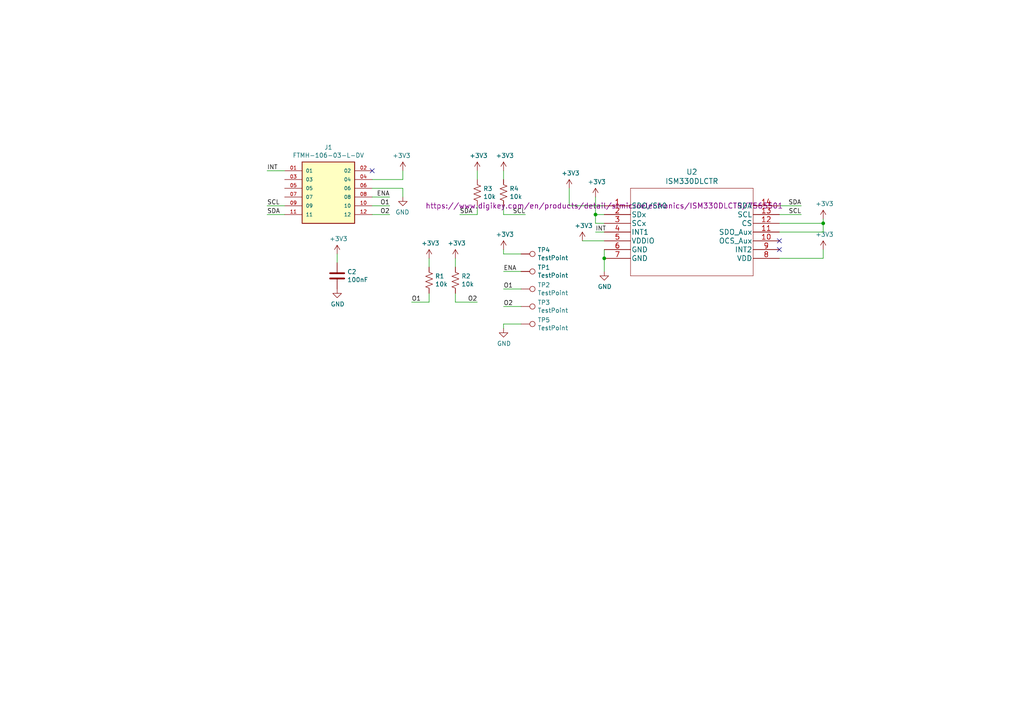
<source format=kicad_sch>
(kicad_sch (version 20211123) (generator eeschema)
  (paper "A4")
  (lib_symbols
    (symbol "Connector:TestPoint" (pin_numbers hide) (pin_names (offset 0.762) hide)
      (property "Reference" "TP" (at 0 6.858 0))
      (property "Value" "TestPoint" (at 0 5.08 0))
      (symbol "TestPoint_0_1"
        (circle (center 0 3.302) (radius 0.762))
      )
      (symbol "TestPoint_1_1"
        (pin passive line (at 0 0 90) (length 2.54) (name "1") (number "1"))
      )
    )
    (symbol "Device:C" (pin_numbers hide) (pin_names (offset 0.254))
      (property "Reference" "C" (at 0.635 2.54 0))
      (property "Value" "C" (at 0.635 -2.54 0))
      (symbol "C_0_1"
        (polyline (pts (xy -2.032 -0.762) (xy 2.032 -0.762)) (stroke (width 0.508)))
        (polyline (pts (xy -2.032 0.762) (xy 2.032 0.762)) (stroke (width 0.508)))
      )
      (symbol "C_1_1"
        (pin passive line (at 0 3.81 270) (length 2.794) (name "~") (number "1"))
        (pin passive line (at 0 -3.81 90) (length 2.794) (name "~") (number "2"))
      )
    )
    (symbol "Device:R_US" (pin_numbers hide) (pin_names (offset 0))
      (property "Reference" "R" (at 2.54 0 90))
      (property "Value" "R_US" (at -2.54 0 90))
      (symbol "R_US_0_1"
        (polyline (pts (xy 0 -2.286) (xy 0 -2.54)))
        (polyline (pts (xy 0 2.286) (xy 0 2.54)))
        (polyline (pts (xy 0 -0.762) (xy 1.016 -1.143) (xy 0 -1.524) (xy -1.016 -1.905) (xy 0 -2.286)))
        (polyline (pts (xy 0 0.762) (xy 1.016 0.381) (xy 0 0) (xy -1.016 -0.381) (xy 0 -0.762)))
        (polyline (pts (xy 0 2.286) (xy 1.016 1.905) (xy 0 1.524) (xy -1.016 1.143) (xy 0 0.762)))
      )
      (symbol "R_US_1_1"
        (pin passive line (at 0 3.81 270) (length 1.27) (name "~") (number "1"))
        (pin passive line (at 0 -3.81 90) (length 1.27) (name "~") (number "2"))
      )
    )
    (symbol "FTMH-106-03-L-DV:FTMH-106-03-L-DV" (pin_names (offset 1.016))
      (property "Reference" "J" (at -8.128 8.7376 0))
      (property "Value" "FTMH-106-03-L-DV" (at -7.62 -12.7 0))
      (symbol "FTMH-106-03-L-DV_0_0"
        (rectangle (start -7.62 -10.16) (end 7.62 7.62) (stroke (width 0.254)) (fill (type background)))
        (pin passive line (at -12.7 5.08 0) (length 5.08) (name "01") (number "01"))
        (pin passive line (at 12.7 5.08 180) (length 5.08) (name "02") (number "02"))
        (pin passive line (at -12.7 2.54 0) (length 5.08) (name "03") (number "03"))
        (pin passive line (at 12.7 2.54 180) (length 5.08) (name "04") (number "04"))
        (pin passive line (at -12.7 0 0) (length 5.08) (name "05") (number "05"))
        (pin passive line (at 12.7 0 180) (length 5.08) (name "06") (number "06"))
        (pin passive line (at -12.7 -2.54 0) (length 5.08) (name "07") (number "07"))
        (pin passive line (at 12.7 -2.54 180) (length 5.08) (name "08") (number "08"))
        (pin passive line (at -12.7 -5.08 0) (length 5.08) (name "09") (number "09"))
        (pin passive line (at 12.7 -5.08 180) (length 5.08) (name "10") (number "10"))
        (pin passive line (at -12.7 -7.62 0) (length 5.08) (name "11") (number "11"))
        (pin passive line (at 12.7 -7.62 180) (length 5.08) (name "12") (number "12"))
      )
    )
    (symbol "ISM330DLCTR:ISM330DLCTR" (pin_names (offset 0.254))
      (property "Reference" "U" (at 25.4 10.16 0))
      (property "Value" "ISM330DLCTR" (at 25.4 7.62 0))
      (symbol "ISM330DLCTR_1_1"
        (polyline (pts (xy 7.62 -20.32) (xy 43.18 -20.32)) (stroke (width 0.127)))
        (polyline (pts (xy 7.62 5.08) (xy 7.62 -20.32)) (stroke (width 0.127)))
        (polyline (pts (xy 43.18 -20.32) (xy 43.18 5.08)) (stroke (width 0.127)))
        (polyline (pts (xy 43.18 5.08) (xy 7.62 5.08)) (stroke (width 0.127)))
        (pin bidirectional line (at 0 0 0) (length 7.62) (name "SDO/SA0") (number "1"))
        (pin unspecified line (at 50.8 -10.16 180) (length 7.62) (name "OCS_Aux") (number "10"))
        (pin unspecified line (at 50.8 -7.62 180) (length 7.62) (name "SDO_Aux") (number "11"))
        (pin input line (at 50.8 -5.08 180) (length 7.62) (name "CS") (number "12"))
        (pin input line (at 50.8 -2.54 180) (length 7.62) (name "SCL") (number "13"))
        (pin bidirectional line (at 50.8 0 180) (length 7.62) (name "SDA") (number "14"))
        (pin unspecified line (at 0 -2.54 0) (length 7.62) (name "SDx") (number "2"))
        (pin unspecified line (at 0 -5.08 0) (length 7.62) (name "SCx") (number "3"))
        (pin output line (at 0 -7.62 0) (length 7.62) (name "INT1") (number "4"))
        (pin power_in line (at 0 -10.16 0) (length 7.62) (name "VDDIO") (number "5"))
        (pin power_in line (at 0 -12.7 0) (length 7.62) (name "GND") (number "6"))
        (pin power_in line (at 0 -15.24 0) (length 7.62) (name "GND") (number "7"))
        (pin power_in line (at 50.8 -15.24 180) (length 7.62) (name "VDD") (number "8"))
        (pin output line (at 50.8 -12.7 180) (length 7.62) (name "INT2") (number "9"))
      )
    )
    (symbol "power:+3V3" (power) (pin_names (offset 0))
      (property "Value" "+3V3" (at 0 3.556 0))
      (symbol "+3V3_0_1"
        (polyline (pts (xy -0.762 1.27) (xy 0 2.54)))
        (polyline (pts (xy 0 0) (xy 0 2.54)))
        (polyline (pts (xy 0 2.54) (xy 0.762 1.27)))
      )
      (symbol "+3V3_1_1"
        (pin power_in line (at 0 0 90) (length 0) hide (name "+3V3") (number "1"))
      )
    )
    (symbol "power:GND" (power) (pin_names (offset 0))
      (property "Value" "GND" (at 0 -3.81 0))
      (symbol "GND_0_1"
        (polyline (pts (xy 0 0) (xy 0 -1.27) (xy 1.27 -1.27) (xy 0 -2.54) (xy -1.27 -1.27) (xy 0 -1.27)))
      )
      (symbol "GND_1_1"
        (pin power_in line (at 0 0 270) (length 0) hide (name "GND") (number "1"))
      )
    )
  )
  (junction (at 175.26 74.93))
  (junction (at 172.72 62.23))
  (junction (at 238.76 64.77))
  (no_connect (at 226.06 69.85))
  (no_connect (at 107.95 49.53))
  (no_connect (at 226.06 72.39))
  (wire (pts (xy 175.26 72.39) (xy 175.26 74.93)))
  (wire (pts (xy 124.46 87.63) (xy 124.46 85.09)))
  (wire (pts (xy 226.06 67.31) (xy 238.76 67.31)))
  (wire (pts (xy 165.1 59.69) (xy 175.26 59.69)))
  (wire (pts (xy 226.06 59.69) (xy 232.41 59.69)))
  (wire (pts (xy 107.95 52.07) (xy 116.84 52.07)))
  (wire (pts (xy 146.05 62.23) (xy 152.4 62.23)))
  (wire (pts (xy 132.08 85.09) (xy 132.08 87.63)))
  (wire (pts (xy 138.43 49.53) (xy 138.43 52.07)))
  (wire (pts (xy 116.84 52.07) (xy 116.84 49.53)))
  (wire (pts (xy 82.55 59.69) (xy 77.47 59.69)))
  (wire (pts (xy 107.95 54.61) (xy 116.84 54.61)))
  (wire (pts (xy 172.72 67.31) (xy 175.26 67.31)))
  (wire (pts (xy 175.26 62.23) (xy 172.72 62.23)))
  (wire (pts (xy 132.08 74.93) (xy 132.08 77.47)))
  (wire (pts (xy 146.05 93.98) (xy 151.13 93.98)))
  (wire (pts (xy 124.46 87.63) (xy 119.38 87.63)))
  (wire (pts (xy 172.72 62.23) (xy 172.72 57.15)))
  (wire (pts (xy 146.05 73.66) (xy 151.13 73.66)))
  (wire (pts (xy 97.79 73.66) (xy 97.79 76.2)))
  (wire (pts (xy 172.72 64.77) (xy 172.72 62.23)))
  (wire (pts (xy 238.76 67.31) (xy 238.76 64.77)))
  (wire (pts (xy 165.1 54.61) (xy 165.1 59.69)))
  (wire (pts (xy 146.05 78.74) (xy 151.13 78.74)))
  (wire (pts (xy 238.76 64.77) (xy 238.76 63.5)))
  (wire (pts (xy 146.05 72.39) (xy 146.05 73.66)))
  (wire (pts (xy 82.55 49.53) (xy 77.47 49.53)))
  (wire (pts (xy 175.26 74.93) (xy 175.26 78.74)))
  (wire (pts (xy 82.55 62.23) (xy 77.47 62.23)))
  (wire (pts (xy 107.95 57.15) (xy 113.03 57.15)))
  (wire (pts (xy 175.26 64.77) (xy 172.72 64.77)))
  (wire (pts (xy 146.05 88.9) (xy 151.13 88.9)))
  (wire (pts (xy 116.84 54.61) (xy 116.84 57.15)))
  (wire (pts (xy 146.05 95.25) (xy 146.05 93.98)))
  (wire (pts (xy 226.06 64.77) (xy 238.76 64.77)))
  (wire (pts (xy 168.91 69.85) (xy 175.26 69.85)))
  (wire (pts (xy 146.05 59.69) (xy 146.05 62.23)))
  (wire (pts (xy 232.41 62.23) (xy 226.06 62.23)))
  (wire (pts (xy 124.46 74.93) (xy 124.46 77.47)))
  (wire (pts (xy 107.95 59.69) (xy 113.03 59.69)))
  (wire (pts (xy 107.95 62.23) (xy 113.03 62.23)))
  (wire (pts (xy 238.76 74.93) (xy 238.76 72.39)))
  (wire (pts (xy 138.43 62.23) (xy 133.35 62.23)))
  (wire (pts (xy 132.08 87.63) (xy 138.43 87.63)))
  (wire (pts (xy 226.06 74.93) (xy 238.76 74.93)))
  (wire (pts (xy 146.05 49.53) (xy 146.05 52.07)))
  (wire (pts (xy 146.05 83.82) (xy 151.13 83.82)))
  (wire (pts (xy 138.43 62.23) (xy 138.43 59.69)))
  (label "ENA" (at 146.05 78.74 0))
  (label "SCL" (at 232.41 62.23 180))
  (label "O1" (at 113.03 59.69 180))
  (label "O2" (at 113.03 62.23 180))
  (label "SCL" (at 152.4 62.23 180))
  (label "INT" (at 172.72 67.31 0))
  (label "SDA" (at 232.41 59.69 180))
  (label "O1" (at 119.38 87.63 0))
  (label "INT" (at 77.47 49.53 0))
  (label "O2" (at 146.05 88.9 0))
  (label "O2" (at 138.43 87.63 180))
  (label "SDA" (at 133.35 62.23 0))
  (label "SDA" (at 77.47 62.23 0))
  (label "SCL" (at 77.47 59.69 0))
  (label "O1" (at 146.05 83.82 0))
  (label "ENA" (at 113.03 57.15 180))
  (symbol (lib_id "Device:R_US") (at 138.43 55.88 0) (unit 1)
    (property "Reference" "R3" (at 140.1572 54.7116 0) (effects (justify left)))
    (property "Value" "10k" (at 140.1572 57.023 0) (effects (justify left)))
    (property "Footprint" "Resistor_SMD:R_0402_1005Metric" (effects hide))
  )
  (symbol (lib_id "Device:R_US") (at 146.05 55.88 0) (unit 1)
    (property "Reference" "R4" (at 147.7772 54.7116 0) (effects (justify left)))
    (property "Value" "10k" (at 147.7772 57.023 0) (effects (justify left)))
    (property "Footprint" "Resistor_SMD:R_0402_1005Metric" (effects hide))
  )
  (symbol (lib_id "power:+3V3") (at 138.43 49.53 0) (unit 1)
    (property "Reference" "#PWR0101" (effects hide))
    (property "Value" "+3V3" (at 138.811 45.1358 0))
  )
  (symbol (lib_id "power:+3V3") (at 146.05 49.53 0) (unit 1)
    (property "Reference" "#PWR0102" (effects hide))
    (property "Value" "+3V3" (at 146.431 45.1358 0))
  )
  (symbol (lib_id "FTMH-106-03-L-DV:FTMH-106-03-L-DV") (at 95.25 54.61 0) (unit 1)
    (property "Reference" "J1" (at 95.25 42.7482 0))
    (property "Value" "FTMH-106-03-L-DV" (at 95.25 45.0596 0))
    (property "Footprint" "AcousticSwarm:SAMTEC_FTMH-106-03-L-DV" (effects hide))
    (property "Datasheet" "https://suddendocs.samtec.com/catalog_english/ftmh_sm.pdf" (effects hide))
    (property "MANUFACTURER" "SAMTEC" (effects hide))
  )
  (symbol (lib_id "power:+3V3") (at 116.84 49.53 0) (mirror y) (unit 1)
    (property "Reference" "#PWR0106" (effects hide))
    (property "Value" "+3V3" (at 116.459 45.1358 0))
  )
  (symbol (lib_id "power:GND") (at 116.84 57.15 0) (mirror y) (unit 1)
    (property "Reference" "#PWR0107" (effects hide))
    (property "Value" "GND" (at 116.713 61.5442 0))
  )
  (symbol (lib_id "ISM330DLCTR:ISM330DLCTR") (at 175.26 59.69 0) (unit 1)
    (property "Reference" "U2" (at 200.66 49.8602 0) (effects (font (size 1.524 1.524))))
    (property "Value" "ISM330DLCTR" (at 200.66 52.5526 0) (effects (font (size 1.524 1.524))))
    (property "Footprint" "Package_LGA:LGA-14_3x2.5mm_P0.5mm_LayoutBorder3x4y" (effects hide))
    (property "Datasheet" "https://www.digikey.com/en/products/detail/stmicroelectronics/ISM330DLCTR/7565501" (at 175.26 59.69 0) (effects (font (size 1.524 1.524))))
  )
  (symbol (lib_id "power:+3V3") (at 165.1 54.61 0) (unit 1)
    (property "Reference" "#PWR0108" (effects hide))
    (property "Value" "+3V3" (at 165.481 50.2158 0))
  )
  (symbol (lib_id "power:GND") (at 175.26 78.74 0) (unit 1)
    (property "Reference" "#PWR0111" (effects hide))
    (property "Value" "GND" (at 175.387 83.1342 0))
  )
  (symbol (lib_id "power:+3V3") (at 238.76 72.39 0) (unit 1)
    (property "Reference" "#PWR0113" (effects hide))
    (property "Value" "+3V3" (at 239.141 67.9958 0))
  )
  (symbol (lib_id "power:+3V3") (at 238.76 63.5 0) (unit 1)
    (property "Reference" "#PWR0114" (effects hide))
    (property "Value" "+3V3" (at 239.141 59.1058 0))
  )
  (symbol (lib_id "power:+3V3") (at 172.72 57.15 0) (unit 1)
    (property "Reference" "#PWR0115" (effects hide))
    (property "Value" "+3V3" (at 173.101 52.7558 0))
  )
  (symbol (lib_id "power:+3V3") (at 168.91 69.85 0) (unit 1)
    (property "Reference" "#PWR0103" (effects hide))
    (property "Value" "+3V3" (at 169.291 65.4558 0))
  )
  (symbol (lib_id "power:GND") (at 97.79 83.82 0) (unit 1)
    (property "Reference" "#PWR0109" (effects hide))
    (property "Value" "GND" (at 97.917 88.2142 0))
  )
  (symbol (lib_id "Device:C") (at 97.79 80.01 0) (unit 1)
    (property "Reference" "C2" (at 100.711 78.8416 0) (effects (justify left)))
    (property "Value" "100nF" (at 100.711 81.153 0) (effects (justify left)))
    (property "Footprint" "Capacitor_SMD:C_0402_1005Metric" (effects hide))
  )
  (symbol (lib_id "power:+3V3") (at 97.79 73.66 0) (unit 1)
    (property "Reference" "#PWR0110" (effects hide))
    (property "Value" "+3V3" (at 98.171 69.2658 0))
  )
  (symbol (lib_id "Connector:TestPoint") (at 151.13 73.66 270) (unit 1)
    (property "Reference" "TP4" (at 155.9052 72.4916 90) (effects (justify left)))
    (property "Value" "TestPoint" (at 155.9052 74.803 90) (effects (justify left)))
    (property "Footprint" "Zooids:Wire Pad" (effects hide))
  )
  (symbol (lib_id "Connector:TestPoint") (at 151.13 93.98 270) (unit 1)
    (property "Reference" "TP5" (at 155.9052 92.8116 90) (effects (justify left)))
    (property "Value" "TestPoint" (at 155.9052 95.123 90) (effects (justify left)))
    (property "Footprint" "Zooids:Wire Pad" (effects hide))
  )
  (symbol (lib_id "power:GND") (at 146.05 95.25 0) (unit 1)
    (property "Reference" "#PWR0112" (effects hide))
    (property "Value" "GND" (at 146.177 99.6442 0))
  )
  (symbol (lib_id "power:+3V3") (at 146.05 72.39 0) (unit 1)
    (property "Reference" "#PWR0116" (effects hide))
    (property "Value" "+3V3" (at 146.431 67.9958 0))
  )
  (symbol (lib_id "Device:R_US") (at 124.46 81.28 0) (unit 1)
    (property "Reference" "R1" (at 126.1872 80.1116 0) (effects (justify left)))
    (property "Value" "10k" (at 126.1872 82.423 0) (effects (justify left)))
    (property "Footprint" "Resistor_SMD:R_0402_1005Metric" (effects hide))
  )
  (symbol (lib_id "Device:R_US") (at 132.08 81.28 0) (unit 1)
    (property "Reference" "R2" (at 133.8072 80.1116 0) (effects (justify left)))
    (property "Value" "10k" (at 133.8072 82.423 0) (effects (justify left)))
    (property "Footprint" "Resistor_SMD:R_0402_1005Metric" (effects hide))
  )
  (symbol (lib_id "power:+3V3") (at 124.46 74.93 0) (unit 1)
    (property "Reference" "#PWR0104" (effects hide))
    (property "Value" "+3V3" (at 124.841 70.5358 0))
  )
  (symbol (lib_id "power:+3V3") (at 132.08 74.93 0) (unit 1)
    (property "Reference" "#PWR0105" (effects hide))
    (property "Value" "+3V3" (at 132.461 70.5358 0))
  )
  (symbol (lib_id "Connector:TestPoint") (at 151.13 78.74 270) (unit 1)
    (property "Reference" "TP1" (at 155.9052 77.5716 90) (effects (justify left)))
    (property "Value" "TestPoint" (at 155.9052 79.883 90) (effects (justify left)))
    (property "Footprint" "Zooids:Wire Pad" (effects hide))
  )
  (symbol (lib_id "Connector:TestPoint") (at 151.13 83.82 270) (unit 1)
    (property "Reference" "TP2" (at 155.9052 82.6516 90) (effects (justify left)))
    (property "Value" "TestPoint" (at 155.9052 84.963 90) (effects (justify left)))
    (property "Footprint" "Zooids:Wire Pad" (effects hide))
  )
  (symbol (lib_id "Connector:TestPoint") (at 151.13 88.9 270) (unit 1)
    (property "Reference" "TP3" (at 155.9052 87.7316 90) (effects (justify left)))
    (property "Value" "TestPoint" (at 155.9052 90.043 90) (effects (justify left)))
    (property "Footprint" "Zooids:Wire Pad" (effects hide))
  )
)
</source>
